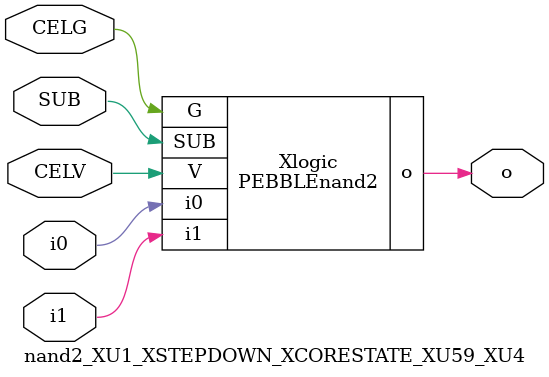
<source format=v>



module PEBBLEnand2 ( o, G, SUB, V, i0, i1 );

  input i0;
  input V;
  input i1;
  input G;
  output o;
  input SUB;
endmodule

//Celera Confidential Do Not Copy nand2_XU1_XSTEPDOWN_XCORESTATE_XU59_XU4
//Celera Confidential Symbol Generator
//5V NAND2
module nand2_XU1_XSTEPDOWN_XCORESTATE_XU59_XU4 (CELV,CELG,i0,i1,o,SUB);
input CELV;
input CELG;
input i0;
input i1;
input SUB;
output o;

//Celera Confidential Do Not Copy nand2
PEBBLEnand2 Xlogic(
.V (CELV),
.i0 (i0),
.i1 (i1),
.o (o),
.SUB (SUB),
.G (CELG)
);
//,diesize,PEBBLEnand2

//Celera Confidential Do Not Copy Module End
//Celera Schematic Generator
endmodule

</source>
